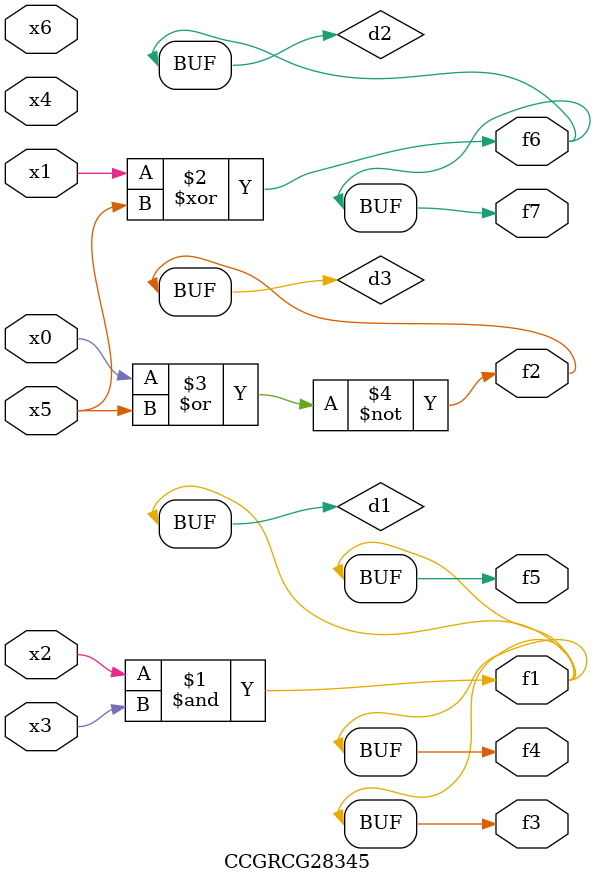
<source format=v>
module CCGRCG28345(
	input x0, x1, x2, x3, x4, x5, x6,
	output f1, f2, f3, f4, f5, f6, f7
);

	wire d1, d2, d3;

	and (d1, x2, x3);
	xor (d2, x1, x5);
	nor (d3, x0, x5);
	assign f1 = d1;
	assign f2 = d3;
	assign f3 = d1;
	assign f4 = d1;
	assign f5 = d1;
	assign f6 = d2;
	assign f7 = d2;
endmodule

</source>
